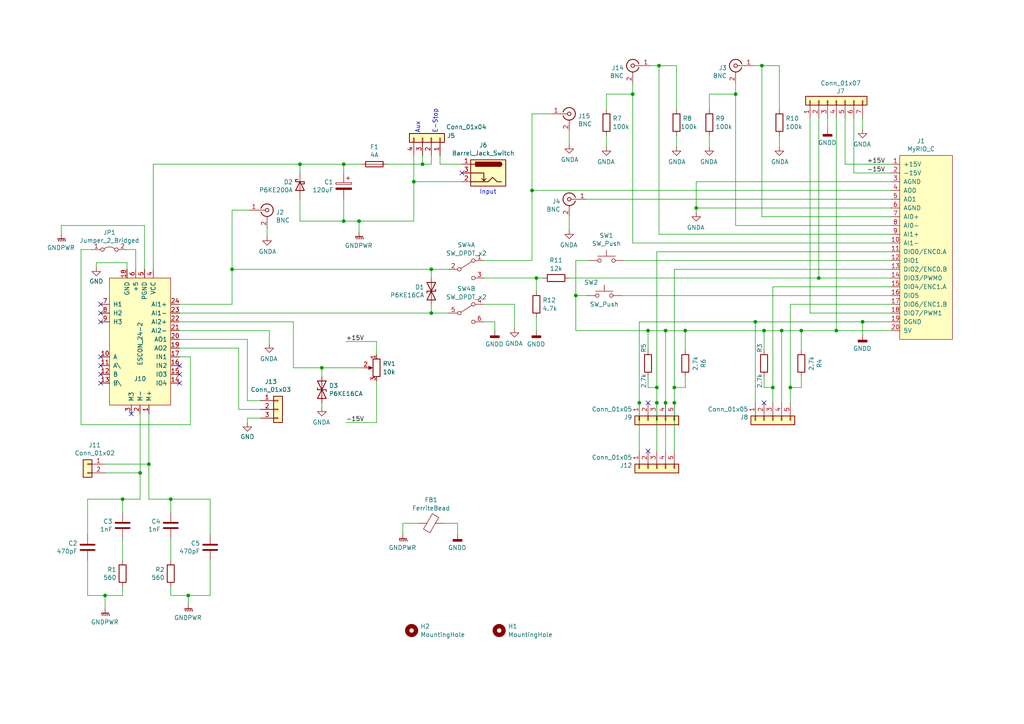
<source format=kicad_sch>
(kicad_sch (version 20230121) (generator eeschema)
  (paper "A4")
  (lib_symbols
    (symbol "Connector:Barrel_Jack_Switch" (pin_names hide)
      (property "Reference" "J" (at 0 5.334 0))
      (property "Value" "Barrel_Jack_Switch" (at 0 -5.08 0))
      (symbol "Barrel_Jack_Switch_0_1"
        (rectangle (start -5.08 3.81) (end 5.08 -3.81) (stroke (width 0.254)) (fill (type background)))
        (arc (start -3.302 3.175) (mid -3.9343 2.54) (end -3.302 1.905) (stroke (width 0.254)))
        (arc (start -3.302 3.175) (mid -3.9343 2.54) (end -3.302 1.905) (stroke (width 0.254)) (fill (type outline)))
        (polyline (pts (xy 1.27 -2.286) (xy 1.905 -1.651)) (stroke (width 0.254)))
        (polyline (pts (xy 5.08 2.54) (xy 3.81 2.54)) (stroke (width 0.254)))
        (polyline (pts (xy 5.08 0) (xy 1.27 0) (xy 1.27 -2.286) (xy 0.635 -1.651)) (stroke (width 0.254)))
        (polyline (pts (xy -3.81 -2.54) (xy -2.54 -2.54) (xy -1.27 -1.27) (xy 0 -2.54) (xy 2.54 -2.54) (xy 5.08 -2.54)) (stroke (width 0.254)))
        (rectangle (start 3.683 3.175) (end -3.302 1.905) (stroke (width 0.254)) (fill (type outline)))
      )
      (symbol "Barrel_Jack_Switch_1_1"
        (pin passive line (at 7.62 2.54 180) (length 2.54) (name "~") (number "1"))
        (pin passive line (at 7.62 -2.54 180) (length 2.54) (name "~") (number "2"))
        (pin passive line (at 7.62 0 180) (length 2.54) (name "~") (number "3"))
      )
    )
    (symbol "Connector:Conn_Coaxial" (pin_names (offset 1.016) hide)
      (property "Reference" "J" (at 0.254 3.048 0))
      (property "Value" "Conn_Coaxial" (at 2.921 0 90))
      (symbol "Conn_Coaxial_0_1"
        (arc (start -1.778 -0.508) (mid 0.2311 -1.8066) (end 1.778 0) (stroke (width 0.254)))
        (polyline (pts (xy -2.54 0) (xy -0.508 0)))
        (polyline (pts (xy 0 -2.54) (xy 0 -1.778)))
        (circle (center 0 0) (radius 0.508) (stroke (width 0.2032)))
        (arc (start 1.778 0) (mid 0.2099 1.8101) (end -1.778 0.508) (stroke (width 0.254)))
      )
      (symbol "Conn_Coaxial_1_1"
        (pin passive line (at -5.08 0 0) (length 2.54) (name "In") (number "1"))
        (pin passive line (at 0 -5.08 90) (length 2.54) (name "Ext") (number "2"))
      )
    )
    (symbol "Connector_Generic:Conn_01x02" (pin_names (offset 1.016) hide)
      (property "Reference" "J" (at 0 2.54 0))
      (property "Value" "Conn_01x02" (at 0 -5.08 0))
      (symbol "Conn_01x02_1_1"
        (rectangle (start -1.27 -2.413) (end 0 -2.667) (stroke (width 0.1524)))
        (rectangle (start -1.27 0.127) (end 0 -0.127) (stroke (width 0.1524)))
        (rectangle (start -1.27 1.27) (end 1.27 -3.81) (stroke (width 0.254)) (fill (type background)))
        (pin passive line (at -5.08 0 0) (length 3.81) (name "Pin_1") (number "1"))
        (pin passive line (at -5.08 -2.54 0) (length 3.81) (name "Pin_2") (number "2"))
      )
    )
    (symbol "Connector_Generic:Conn_01x03" (pin_names (offset 1.016) hide)
      (property "Reference" "J" (at 0 5.08 0))
      (property "Value" "Conn_01x03" (at 0 -5.08 0))
      (symbol "Conn_01x03_1_1"
        (rectangle (start -1.27 -2.413) (end 0 -2.667) (stroke (width 0.1524)))
        (rectangle (start -1.27 0.127) (end 0 -0.127) (stroke (width 0.1524)))
        (rectangle (start -1.27 2.667) (end 0 2.413) (stroke (width 0.1524)))
        (rectangle (start -1.27 3.81) (end 1.27 -3.81) (stroke (width 0.254)) (fill (type background)))
        (pin passive line (at -5.08 2.54 0) (length 3.81) (name "Pin_1") (number "1"))
        (pin passive line (at -5.08 0 0) (length 3.81) (name "Pin_2") (number "2"))
        (pin passive line (at -5.08 -2.54 0) (length 3.81) (name "Pin_3") (number "3"))
      )
    )
    (symbol "Connector_Generic:Conn_01x04" (pin_names (offset 1.016) hide)
      (property "Reference" "J" (at 0 5.08 0))
      (property "Value" "Conn_01x04" (at 0 -7.62 0))
      (symbol "Conn_01x04_1_1"
        (rectangle (start -1.27 -4.953) (end 0 -5.207) (stroke (width 0.1524)))
        (rectangle (start -1.27 -2.413) (end 0 -2.667) (stroke (width 0.1524)))
        (rectangle (start -1.27 0.127) (end 0 -0.127) (stroke (width 0.1524)))
        (rectangle (start -1.27 2.667) (end 0 2.413) (stroke (width 0.1524)))
        (rectangle (start -1.27 3.81) (end 1.27 -6.35) (stroke (width 0.254)) (fill (type background)))
        (pin passive line (at -5.08 2.54 0) (length 3.81) (name "Pin_1") (number "1"))
        (pin passive line (at -5.08 0 0) (length 3.81) (name "Pin_2") (number "2"))
        (pin passive line (at -5.08 -2.54 0) (length 3.81) (name "Pin_3") (number "3"))
        (pin passive line (at -5.08 -5.08 0) (length 3.81) (name "Pin_4") (number "4"))
      )
    )
    (symbol "Connector_Generic:Conn_01x05" (pin_names (offset 1.016) hide)
      (property "Reference" "J" (at 0 7.62 0))
      (property "Value" "Conn_01x05" (at 0 -7.62 0))
      (symbol "Conn_01x05_1_1"
        (rectangle (start -1.27 -4.953) (end 0 -5.207) (stroke (width 0.1524)))
        (rectangle (start -1.27 -2.413) (end 0 -2.667) (stroke (width 0.1524)))
        (rectangle (start -1.27 0.127) (end 0 -0.127) (stroke (width 0.1524)))
        (rectangle (start -1.27 2.667) (end 0 2.413) (stroke (width 0.1524)))
        (rectangle (start -1.27 5.207) (end 0 4.953) (stroke (width 0.1524)))
        (rectangle (start -1.27 6.35) (end 1.27 -6.35) (stroke (width 0.254)) (fill (type background)))
        (pin passive line (at -5.08 5.08 0) (length 3.81) (name "Pin_1") (number "1"))
        (pin passive line (at -5.08 2.54 0) (length 3.81) (name "Pin_2") (number "2"))
        (pin passive line (at -5.08 0 0) (length 3.81) (name "Pin_3") (number "3"))
        (pin passive line (at -5.08 -2.54 0) (length 3.81) (name "Pin_4") (number "4"))
        (pin passive line (at -5.08 -5.08 0) (length 3.81) (name "Pin_5") (number "5"))
      )
    )
    (symbol "Connector_Generic:Conn_01x07" (pin_names (offset 1.016) hide)
      (property "Reference" "J" (at 0 10.16 0))
      (property "Value" "Conn_01x07" (at 0 -10.16 0))
      (symbol "Conn_01x07_1_1"
        (rectangle (start -1.27 -7.493) (end 0 -7.747) (stroke (width 0.1524)))
        (rectangle (start -1.27 -4.953) (end 0 -5.207) (stroke (width 0.1524)))
        (rectangle (start -1.27 -2.413) (end 0 -2.667) (stroke (width 0.1524)))
        (rectangle (start -1.27 0.127) (end 0 -0.127) (stroke (width 0.1524)))
        (rectangle (start -1.27 2.667) (end 0 2.413) (stroke (width 0.1524)))
        (rectangle (start -1.27 5.207) (end 0 4.953) (stroke (width 0.1524)))
        (rectangle (start -1.27 7.747) (end 0 7.493) (stroke (width 0.1524)))
        (rectangle (start -1.27 8.89) (end 1.27 -8.89) (stroke (width 0.254)) (fill (type background)))
        (pin passive line (at -5.08 7.62 0) (length 3.81) (name "Pin_1") (number "1"))
        (pin passive line (at -5.08 5.08 0) (length 3.81) (name "Pin_2") (number "2"))
        (pin passive line (at -5.08 2.54 0) (length 3.81) (name "Pin_3") (number "3"))
        (pin passive line (at -5.08 0 0) (length 3.81) (name "Pin_4") (number "4"))
        (pin passive line (at -5.08 -2.54 0) (length 3.81) (name "Pin_5") (number "5"))
        (pin passive line (at -5.08 -5.08 0) (length 3.81) (name "Pin_6") (number "6"))
        (pin passive line (at -5.08 -7.62 0) (length 3.81) (name "Pin_7") (number "7"))
      )
    )
    (symbol "Device:C" (pin_numbers hide) (pin_names (offset 0.254))
      (property "Reference" "C" (at 0.635 2.54 0))
      (property "Value" "C" (at 0.635 -2.54 0))
      (symbol "C_0_1"
        (polyline (pts (xy -2.032 -0.762) (xy 2.032 -0.762)) (stroke (width 0.508)))
        (polyline (pts (xy -2.032 0.762) (xy 2.032 0.762)) (stroke (width 0.508)))
      )
      (symbol "C_1_1"
        (pin passive line (at 0 3.81 270) (length 2.794) (name "~") (number "1"))
        (pin passive line (at 0 -3.81 90) (length 2.794) (name "~") (number "2"))
      )
    )
    (symbol "Device:D_Schottky" (pin_numbers hide) (pin_names (offset 1.016) hide)
      (property "Reference" "D" (at 0 2.54 0))
      (property "Value" "D_Schottky" (at 0 -2.54 0))
      (symbol "D_Schottky_0_1"
        (polyline (pts (xy 1.27 0) (xy -1.27 0)))
        (polyline (pts (xy 1.27 1.27) (xy 1.27 -1.27) (xy -1.27 0) (xy 1.27 1.27)) (stroke (width 0.254)))
        (polyline (pts (xy -1.905 0.635) (xy -1.905 1.27) (xy -1.27 1.27) (xy -1.27 -1.27) (xy -0.635 -1.27) (xy -0.635 -0.635)) (stroke (width 0.254)))
      )
      (symbol "D_Schottky_1_1"
        (pin passive line (at -3.81 0 0) (length 2.54) (name "K") (number "1"))
        (pin passive line (at 3.81 0 180) (length 2.54) (name "A") (number "2"))
      )
    )
    (symbol "Device:D_TVS" (pin_numbers hide) (pin_names (offset 1.016) hide)
      (property "Reference" "D" (at 0 2.54 0))
      (property "Value" "D_TVS" (at 0 -2.54 0))
      (symbol "D_TVS_0_1"
        (polyline (pts (xy 1.27 0) (xy -1.27 0)))
        (polyline (pts (xy 0.508 1.27) (xy 0 1.27) (xy 0 -1.27) (xy -0.508 -1.27)) (stroke (width 0.254)))
        (polyline (pts (xy -2.54 1.27) (xy -2.54 -1.27) (xy 2.54 1.27) (xy 2.54 -1.27) (xy -2.54 1.27)) (stroke (width 0.254)))
      )
      (symbol "D_TVS_1_1"
        (pin passive line (at -3.81 0 0) (length 2.54) (name "A1") (number "1"))
        (pin passive line (at 3.81 0 180) (length 2.54) (name "A2") (number "2"))
      )
    )
    (symbol "Device:FerriteBead" (pin_numbers hide) (pin_names (offset 0))
      (property "Reference" "FB" (at -3.81 0.635 90))
      (property "Value" "FerriteBead" (at 3.81 0 90))
      (symbol "FerriteBead_0_1"
        (polyline (pts (xy 0 -1.27) (xy 0 -1.2192)))
        (polyline (pts (xy 0 1.27) (xy 0 1.2954)))
        (polyline (pts (xy -2.7686 0.4064) (xy -1.7018 2.2606) (xy 2.7686 -0.3048) (xy 1.6764 -2.159) (xy -2.7686 0.4064)))
      )
      (symbol "FerriteBead_1_1"
        (pin passive line (at 0 3.81 270) (length 2.54) (name "~") (number "1"))
        (pin passive line (at 0 -3.81 90) (length 2.54) (name "~") (number "2"))
      )
    )
    (symbol "Device:Fuse" (pin_numbers hide) (pin_names (offset 0))
      (property "Reference" "F" (at 2.032 0 90))
      (property "Value" "Fuse" (at -1.905 0 90))
      (symbol "Fuse_0_1"
        (rectangle (start -0.762 -2.54) (end 0.762 2.54) (stroke (width 0.254)))
        (polyline (pts (xy 0 2.54) (xy 0 -2.54)))
      )
      (symbol "Fuse_1_1"
        (pin passive line (at 0 3.81 270) (length 1.27) (name "~") (number "1"))
        (pin passive line (at 0 -3.81 90) (length 1.27) (name "~") (number "2"))
      )
    )
    (symbol "Device:R" (pin_numbers hide) (pin_names (offset 0))
      (property "Reference" "R" (at 2.032 0 90))
      (property "Value" "R" (at 0 0 90))
      (symbol "R_0_1"
        (rectangle (start -1.016 -2.54) (end 1.016 2.54) (stroke (width 0.254)))
      )
      (symbol "R_1_1"
        (pin passive line (at 0 3.81 270) (length 1.27) (name "~") (number "1"))
        (pin passive line (at 0 -3.81 90) (length 1.27) (name "~") (number "2"))
      )
    )
    (symbol "Device:R_Potentiometer" (pin_names (offset 1.016) hide)
      (property "Reference" "RV" (at -4.445 0 90))
      (property "Value" "R_Potentiometer" (at -2.54 0 90))
      (symbol "R_Potentiometer_0_1"
        (polyline (pts (xy 2.54 0) (xy 1.524 0)))
        (polyline (pts (xy 1.143 0) (xy 2.286 0.508) (xy 2.286 -0.508) (xy 1.143 0)) (fill (type outline)))
        (rectangle (start 1.016 2.54) (end -1.016 -2.54) (stroke (width 0.254)))
      )
      (symbol "R_Potentiometer_1_1"
        (pin passive line (at 0 3.81 270) (length 1.27) (name "1") (number "1"))
        (pin passive line (at 3.81 0 180) (length 1.27) (name "2") (number "2"))
        (pin passive line (at 0 -3.81 90) (length 1.27) (name "3") (number "3"))
      )
    )
    (symbol "Jumper:Jumper_2_Bridged" (pin_names (offset 0) hide)
      (property "Reference" "JP" (at 0 1.905 0))
      (property "Value" "Jumper_2_Bridged" (at 0 -2.54 0))
      (symbol "Jumper_2_Bridged_0_0"
        (circle (center -2.032 0) (radius 0.508))
        (circle (center 2.032 0) (radius 0.508))
      )
      (symbol "Jumper_2_Bridged_0_1"
        (arc (start 1.524 0.254) (mid 0 0.762) (end -1.524 0.254))
      )
      (symbol "Jumper_2_Bridged_1_1"
        (pin passive line (at -5.08 0 0) (length 2.54) (name "A") (number "1"))
        (pin passive line (at 5.08 0 180) (length 2.54) (name "B") (number "2"))
      )
    )
    (symbol "Mechanical:MountingHole" (pin_names (offset 1.016))
      (property "Reference" "H" (at 0 5.08 0))
      (property "Value" "MountingHole" (at 0 3.175 0))
      (symbol "MountingHole_0_1"
        (circle (center 0 0) (radius 1.27) (stroke (width 1.27)))
      )
    )
    (symbol "Switch:SW_DPDT_x2" (pin_names (offset 0) hide)
      (property "Reference" "SW" (at 0 4.318 0))
      (property "Value" "SW_DPDT_x2" (at 0 -5.08 0))
      (symbol "SW_DPDT_x2_0_0"
        (circle (center -2.032 0) (radius 0.508))
        (circle (center 2.032 -2.54) (radius 0.508))
      )
      (symbol "SW_DPDT_x2_0_1"
        (polyline (pts (xy -1.524 0.254) (xy 1.651 2.286)))
        (circle (center 2.032 2.54) (radius 0.508))
      )
      (symbol "SW_DPDT_x2_1_1"
        (pin passive line (at 5.08 2.54 180) (length 2.54) (name "A") (number "1"))
        (pin passive line (at -5.08 0 0) (length 2.54) (name "B") (number "2"))
        (pin passive line (at 5.08 -2.54 180) (length 2.54) (name "C") (number "3"))
      )
      (symbol "SW_DPDT_x2_2_1"
        (pin passive line (at 5.08 2.54 180) (length 2.54) (name "A") (number "4"))
        (pin passive line (at -5.08 0 0) (length 2.54) (name "B") (number "5"))
        (pin passive line (at 5.08 -2.54 180) (length 2.54) (name "C") (number "6"))
      )
    )
    (symbol "Switch:SW_Push" (pin_numbers hide) (pin_names (offset 1.016) hide)
      (property "Reference" "SW" (at 1.27 2.54 0))
      (property "Value" "SW_Push" (at 0 -1.524 0))
      (symbol "SW_Push_0_1"
        (circle (center -2.032 0) (radius 0.508))
        (polyline (pts (xy 0 1.27) (xy 0 3.048)))
        (polyline (pts (xy 2.54 1.27) (xy -2.54 1.27)))
        (circle (center 2.032 0) (radius 0.508))
        (pin passive line (at -5.08 0 0) (length 2.54) (name "1") (number "1"))
        (pin passive line (at 5.08 0 180) (length 2.54) (name "2") (number "2"))
      )
    )
    (symbol "motor_board-rescue:CP-Device" (pin_numbers hide) (pin_names (offset 0.254))
      (property "Reference" "C" (at 0.635 2.54 0))
      (property "Value" "Device_CP" (at 0.635 -2.54 0))
      (symbol "CP-Device_0_1"
        (rectangle (start -2.286 0.508) (end 2.286 1.016))
        (polyline (pts (xy -1.778 2.286) (xy -0.762 2.286)))
        (polyline (pts (xy -1.27 2.794) (xy -1.27 1.778)))
        (rectangle (start 2.286 -0.508) (end -2.286 -1.016) (fill (type outline)))
      )
      (symbol "CP-Device_1_1"
        (pin passive line (at 0 3.81 270) (length 2.794) (name "~") (number "1"))
        (pin passive line (at 0 -3.81 90) (length 2.794) (name "~") (number "2"))
      )
    )
    (symbol "motor_board:ESCON_24-2" (pin_names (offset 1.016))
      (property "Reference" "J" (at 0 -10.16 0))
      (property "Value" "ESCON_24-2" (at 0 0 90))
      (symbol "ESCON_24-2_0_1"
        (rectangle (start -8.89 19.05) (end 8.89 -17.78) (fill (type background)))
      )
      (symbol "ESCON_24-2_1_1"
        (pin input line (at -2.54 -20.32 90) (length 2.54) (name "M+") (number "1"))
        (pin input line (at 11.43 -3.81 180) (length 2.54) (name "A") (number "10"))
        (pin input line (at 11.43 -6.35 180) (length 2.54) (name "A\\") (number "11"))
        (pin input line (at 11.43 -8.89 180) (length 2.54) (name "B") (number "12"))
        (pin input line (at 11.43 -11.43 180) (length 2.54) (name "B\\") (number "13"))
        (pin input line (at -11.43 -11.43 0) (length 2.54) (name "IO4") (number "14"))
        (pin input line (at -11.43 -8.89 0) (length 2.54) (name "IO3") (number "15"))
        (pin input line (at -11.43 -6.35 0) (length 2.54) (name "IN2") (number "16"))
        (pin input line (at -11.43 -3.81 0) (length 2.54) (name "IN1") (number "17"))
        (pin input line (at 3.81 21.59 270) (length 2.54) (name "GND") (number "18"))
        (pin input line (at -11.43 -1.27 0) (length 2.54) (name "AO2") (number "19"))
        (pin input line (at 0 -20.32 90) (length 2.54) (name "M-") (number "2"))
        (pin input line (at -11.43 1.27 0) (length 2.54) (name "AO1") (number "20"))
        (pin input line (at -11.43 3.81 0) (length 2.54) (name "AI2-") (number "21"))
        (pin input line (at -11.43 6.35 0) (length 2.54) (name "AI2+") (number "22"))
        (pin input line (at -11.43 8.89 0) (length 2.54) (name "AI1-") (number "23"))
        (pin input line (at -11.43 11.43 0) (length 2.54) (name "AI1+") (number "24"))
        (pin input line (at 2.54 -20.32 90) (length 2.54) (name "M3") (number "3"))
        (pin input line (at -3.81 21.59 270) (length 2.54) (name "VCC") (number "4"))
        (pin input line (at -1.27 21.59 270) (length 2.54) (name "PGND") (number "5"))
        (pin input line (at 1.27 21.59 270) (length 2.54) (name "+5") (number "6"))
        (pin input line (at 11.43 11.43 180) (length 2.54) (name "H1") (number "7"))
        (pin input line (at 11.43 8.89 180) (length 2.54) (name "H2") (number "8"))
        (pin input line (at 11.43 6.35 180) (length 2.54) (name "H3") (number "9"))
      )
    )
    (symbol "motor_board:MyRIO_C" (pin_names (offset 1.016))
      (property "Reference" "J" (at -2.54 -27.94 0))
      (property "Value" "MyRIO_C" (at -2.54 27.94 0))
      (symbol "MyRIO_C_0_1"
        (rectangle (start 5.08 -26.67) (end -10.16 26.67) (fill (type background)))
      )
      (symbol "MyRIO_C_1_1"
        (pin input line (at 7.62 24.13 180) (length 2.54) (name "+15V") (number "1"))
        (pin input line (at 7.62 1.27 180) (length 2.54) (name "AI1-") (number "10"))
        (pin input line (at 7.62 -1.27 180) (length 2.54) (name "DIO0/ENC0.A") (number "11"))
        (pin input line (at 7.62 -3.81 180) (length 2.54) (name "DIO1") (number "12"))
        (pin input line (at 7.62 -6.35 180) (length 2.54) (name "DIO2/ENC0.B") (number "13"))
        (pin input line (at 7.62 -8.89 180) (length 2.54) (name "DIO3/PWM0") (number "14"))
        (pin input line (at 7.62 -11.43 180) (length 2.54) (name "DIO4/ENC1.A") (number "15"))
        (pin input line (at 7.62 -13.97 180) (length 2.54) (name "DIO5") (number "16"))
        (pin input line (at 7.62 -16.51 180) (length 2.54) (name "DIO6/ENC1.B") (number "17"))
        (pin input line (at 7.62 -19.05 180) (length 2.54) (name "DIO7/PWM1") (number "18"))
        (pin input line (at 7.62 -21.59 180) (length 2.54) (name "DGND") (number "19"))
        (pin input line (at 7.62 21.59 180) (length 2.54) (name "-15V") (number "2"))
        (pin input line (at 7.62 -24.13 180) (length 2.54) (name "5V") (number "20"))
        (pin input line (at 7.62 19.05 180) (length 2.54) (name "AGND") (number "3"))
        (pin input line (at 7.62 16.51 180) (length 2.54) (name "AO0") (number "4"))
        (pin input line (at 7.62 13.97 180) (length 2.54) (name "AO1") (number "5"))
        (pin input line (at 7.62 11.43 180) (length 2.54) (name "AGND") (number "6"))
        (pin input line (at 7.62 8.89 180) (length 2.54) (name "AI0+") (number "7"))
        (pin input line (at 7.62 6.35 180) (length 2.54) (name "AI0-") (number "8"))
        (pin input line (at 7.62 3.81 180) (length 2.54) (name "AI1+") (number "9"))
      )
    )
    (symbol "power:GND" (power) (pin_names (offset 0))
      (property "Value" "GND" (at 0 -3.81 0))
      (symbol "GND_0_1"
        (polyline (pts (xy 0 0) (xy 0 -1.27) (xy 1.27 -1.27) (xy 0 -2.54) (xy -1.27 -1.27) (xy 0 -1.27)))
      )
      (symbol "GND_1_1"
        (pin power_in line (at 0 0 270) (length 0) hide (name "GND") (number "1"))
      )
    )
    (symbol "power:GNDA" (power) (pin_names (offset 0))
      (property "Value" "GNDA" (at 0 -3.81 0))
      (symbol "GNDA_0_1"
        (polyline (pts (xy 0 0) (xy 0 -1.27) (xy 1.27 -1.27) (xy 0 -2.54) (xy -1.27 -1.27) (xy 0 -1.27)))
      )
      (symbol "GNDA_1_1"
        (pin power_in line (at 0 0 270) (length 0) hide (name "GNDA") (number "1"))
      )
    )
    (symbol "power:GNDD" (power) (pin_names (offset 0))
      (property "Value" "GNDD" (at 0 -3.175 0))
      (symbol "GNDD_0_1"
        (rectangle (start -1.27 -1.524) (end 1.27 -2.032) (stroke (width 0.254)) (fill (type outline)))
        (polyline (pts (xy 0 0) (xy 0 -1.524)))
      )
      (symbol "GNDD_1_1"
        (pin power_in line (at 0 0 270) (length 0) hide (name "GNDD") (number "1"))
      )
    )
    (symbol "power:GNDPWR" (power) (pin_names (offset 0))
      (property "Value" "GNDPWR" (at 0 -3.302 0))
      (symbol "GNDPWR_0_1"
        (polyline (pts (xy 0 -1.27) (xy 0 0)))
        (polyline (pts (xy -1.016 -1.27) (xy -1.27 -2.032) (xy -1.27 -2.032)) (stroke (width 0.2032)))
        (polyline (pts (xy -0.508 -1.27) (xy -0.762 -2.032) (xy -0.762 -2.032)) (stroke (width 0.2032)))
        (polyline (pts (xy 0 -1.27) (xy -0.254 -2.032) (xy -0.254 -2.032)) (stroke (width 0.2032)))
        (polyline (pts (xy 0.508 -1.27) (xy 0.254 -2.032) (xy 0.254 -2.032)) (stroke (width 0.2032)))
        (polyline (pts (xy 1.016 -1.27) (xy -1.016 -1.27) (xy -1.016 -1.27)) (stroke (width 0.2032)))
        (polyline (pts (xy 1.016 -1.27) (xy 0.762 -2.032) (xy 0.762 -2.032) (xy 0.762 -2.032)) (stroke (width 0.2032)))
      )
      (symbol "GNDPWR_1_1"
        (pin power_in line (at 0 0 270) (length 0) hide (name "GNDPWR") (number "1"))
      )
    )
  )
  (junction (at 167.005 85.725))
  (junction (at 213.36 27.305))
  (junction (at 219.075 93.345))
  (junction (at 30.48 172.72))
  (junction (at 125.095 90.805))
  (junction (at 226.695 95.885))
  (junction (at 49.53 144.78))
  (junction (at 43.18 134.62))
  (junction (at 191.135 19.05))
  (junction (at 99.695 47.625))
  (junction (at 187.96 95.885))
  (junction (at 155.575 80.645))
  (junction (at 40.64 137.16))
  (junction (at 221.615 95.885))
  (junction (at 250.19 93.345))
  (junction (at 54.61 172.72))
  (junction (at 193.04 116.84))
  (junction (at 185.42 116.84))
  (junction (at 67.31 78.105))
  (junction (at 99.695 64.135))
  (junction (at 198.755 95.885))
  (junction (at 86.995 47.625))
  (junction (at 201.93 60.325))
  (junction (at 195.58 112.395))
  (junction (at 229.235 112.395))
  (junction (at 232.41 95.885))
  (junction (at 35.56 144.78))
  (junction (at 154.305 55.245))
  (junction (at 190.5 116.84))
  (junction (at 190.5 112.395))
  (junction (at 237.49 80.645))
  (junction (at 193.04 95.885))
  (junction (at 104.14 64.135))
  (junction (at 183.515 27.305))
  (junction (at 122.555 47.625))
  (junction (at 125.095 78.105))
  (junction (at 224.155 112.395))
  (junction (at 93.345 106.68))
  (junction (at 195.58 116.84))
  (junction (at 242.57 95.885))
  (junction (at 120.015 52.705))
  (junction (at 220.98 19.05))
  (no_connect (at 29.21 108.585))
  (no_connect (at 52.07 106.045))
  (no_connect (at 221.615 116.84))
  (no_connect (at 29.21 106.045))
  (no_connect (at 133.985 50.165))
  (no_connect (at 187.96 130.81))
  (no_connect (at 38.1 120.015))
  (no_connect (at 187.96 116.84))
  (no_connect (at 29.21 93.345))
  (no_connect (at 29.21 111.125))
  (no_connect (at 29.21 90.805))
  (no_connect (at 52.07 111.125))
  (no_connect (at 29.21 103.505))
  (no_connect (at 29.21 88.265))
  (no_connect (at 52.07 108.585))
  (wire (pts (xy 185.42 93.345) (xy 185.42 116.84)))
  (wire (pts (xy 155.575 92.075) (xy 155.575 95.885)))
  (wire (pts (xy 165.1 38.1) (xy 165.1 41.91)))
  (wire (pts (xy 170.18 85.725) (xy 167.005 85.725)))
  (wire (pts (xy 258.445 83.185) (xy 224.155 83.185)))
  (wire (pts (xy 190.5 116.84) (xy 190.5 130.81)))
  (wire (pts (xy 104.775 47.625) (xy 99.695 47.625)))
  (wire (pts (xy 52.07 90.805) (xy 125.095 90.805)))
  (wire (pts (xy 258.445 78.105) (xy 195.58 78.105)))
  (wire (pts (xy 35.56 172.72) (xy 30.48 172.72)))
  (wire (pts (xy 27.94 76.2) (xy 36.83 76.2)))
  (wire (pts (xy 122.555 47.625) (xy 112.395 47.625)))
  (wire (pts (xy 219.075 93.345) (xy 219.075 116.84)))
  (wire (pts (xy 205.74 27.305) (xy 213.36 27.305)))
  (wire (pts (xy 187.96 109.22) (xy 187.96 112.395)))
  (wire (pts (xy 205.74 39.37) (xy 205.74 42.545)))
  (wire (pts (xy 133.985 47.625) (xy 127.635 47.625)))
  (wire (pts (xy 99.695 57.785) (xy 99.695 64.135)))
  (wire (pts (xy 201.93 60.325) (xy 201.93 61.595)))
  (wire (pts (xy 55.245 103.505) (xy 52.07 103.505)))
  (wire (pts (xy 258.445 60.325) (xy 201.93 60.325)))
  (wire (pts (xy 93.345 106.68) (xy 105.41 106.68)))
  (wire (pts (xy 40.64 144.78) (xy 35.56 144.78)))
  (wire (pts (xy 43.18 144.78) (xy 49.53 144.78)))
  (wire (pts (xy 52.07 93.345) (xy 85.09 93.345)))
  (wire (pts (xy 190.5 73.025) (xy 190.5 112.395)))
  (wire (pts (xy 120.015 45.085) (xy 120.015 52.705)))
  (wire (pts (xy 93.345 118.11) (xy 93.345 116.84)))
  (wire (pts (xy 49.53 144.78) (xy 60.96 144.78)))
  (wire (pts (xy 121.285 151.765) (xy 116.84 151.765)))
  (wire (pts (xy 188.595 19.05) (xy 191.135 19.05)))
  (wire (pts (xy 187.96 95.885) (xy 193.04 95.885)))
  (wire (pts (xy 17.78 65.405) (xy 17.78 67.945)))
  (wire (pts (xy 132.715 151.765) (xy 132.715 154.94)))
  (wire (pts (xy 258.445 80.645) (xy 237.49 80.645)))
  (wire (pts (xy 193.04 95.885) (xy 193.04 116.84)))
  (wire (pts (xy 240.03 34.29) (xy 240.03 37.465)))
  (wire (pts (xy 155.575 80.645) (xy 155.575 84.455)))
  (wire (pts (xy 104.14 64.135) (xy 120.015 64.135)))
  (wire (pts (xy 258.445 73.025) (xy 190.5 73.025)))
  (wire (pts (xy 78.105 95.885) (xy 52.07 95.885)))
  (wire (pts (xy 125.095 47.625) (xy 122.555 47.625)))
  (wire (pts (xy 36.83 76.2) (xy 36.83 78.105)))
  (wire (pts (xy 35.56 156.21) (xy 35.56 162.56)))
  (wire (pts (xy 25.4 172.72) (xy 30.48 172.72)))
  (wire (pts (xy 218.44 19.05) (xy 220.98 19.05)))
  (wire (pts (xy 104.14 64.135) (xy 104.14 67.31)))
  (wire (pts (xy 185.42 93.345) (xy 219.075 93.345)))
  (wire (pts (xy 245.11 34.29) (xy 245.11 47.625)))
  (wire (pts (xy 72.39 60.96) (xy 67.31 60.96)))
  (wire (pts (xy 17.78 65.405) (xy 41.91 65.405)))
  (wire (pts (xy 250.19 34.29) (xy 250.19 37.465)))
  (wire (pts (xy 183.515 24.13) (xy 183.515 27.305)))
  (wire (pts (xy 258.445 52.705) (xy 201.93 52.705)))
  (wire (pts (xy 26.67 72.39) (xy 23.495 72.39)))
  (wire (pts (xy 109.22 102.87) (xy 109.22 99.06)))
  (wire (pts (xy 149.225 88.265) (xy 149.225 95.25)))
  (wire (pts (xy 258.445 75.565) (xy 180.975 75.565)))
  (wire (pts (xy 229.235 88.265) (xy 229.235 112.395)))
  (wire (pts (xy 30.48 172.72) (xy 30.48 176.53)))
  (wire (pts (xy 125.095 90.805) (xy 130.175 90.805)))
  (wire (pts (xy 157.48 80.645) (xy 155.575 80.645)))
  (wire (pts (xy 258.445 67.945) (xy 191.135 67.945)))
  (wire (pts (xy 41.91 78.105) (xy 41.91 65.405)))
  (wire (pts (xy 85.09 106.68) (xy 93.345 106.68)))
  (wire (pts (xy 198.755 95.885) (xy 198.755 101.6)))
  (wire (pts (xy 224.155 83.185) (xy 224.155 112.395)))
  (wire (pts (xy 67.31 60.96) (xy 67.31 78.105)))
  (wire (pts (xy 52.07 106.68) (xy 52.07 106.045)))
  (wire (pts (xy 67.31 78.105) (xy 67.31 88.265)))
  (wire (pts (xy 220.98 62.865) (xy 220.98 19.05)))
  (wire (pts (xy 196.215 39.37) (xy 196.215 42.545)))
  (wire (pts (xy 213.36 27.305) (xy 213.36 65.405)))
  (wire (pts (xy 187.96 112.395) (xy 190.5 112.395)))
  (wire (pts (xy 40.64 120.015) (xy 40.64 137.16)))
  (wire (pts (xy 122.555 45.085) (xy 122.555 47.625)))
  (wire (pts (xy 49.53 170.18) (xy 49.53 172.72)))
  (wire (pts (xy 99.695 50.165) (xy 99.695 47.625)))
  (wire (pts (xy 221.615 112.395) (xy 224.155 112.395)))
  (wire (pts (xy 60.96 144.78) (xy 60.96 154.94)))
  (wire (pts (xy 35.56 144.78) (xy 25.4 144.78)))
  (wire (pts (xy 49.53 144.78) (xy 49.53 148.59)))
  (wire (pts (xy 258.445 88.265) (xy 229.235 88.265)))
  (wire (pts (xy 23.495 72.39) (xy 23.495 123.19)))
  (wire (pts (xy 69.215 100.965) (xy 69.215 118.745)))
  (wire (pts (xy 75.565 121.285) (xy 71.755 121.285)))
  (wire (pts (xy 125.095 78.105) (xy 67.31 78.105)))
  (wire (pts (xy 109.22 110.49) (xy 109.22 122.555)))
  (wire (pts (xy 226.06 19.05) (xy 220.98 19.05)))
  (wire (pts (xy 67.31 88.265) (xy 52.07 88.265)))
  (wire (pts (xy 190.5 112.395) (xy 190.5 116.84)))
  (wire (pts (xy 167.005 95.885) (xy 187.96 95.885)))
  (wire (pts (xy 143.51 93.345) (xy 143.51 95.885)))
  (wire (pts (xy 224.155 112.395) (xy 224.155 116.84)))
  (wire (pts (xy 245.11 47.625) (xy 258.445 47.625)))
  (wire (pts (xy 221.615 95.885) (xy 226.695 95.885)))
  (wire (pts (xy 229.235 112.395) (xy 229.235 116.84)))
  (wire (pts (xy 35.56 144.78) (xy 35.56 148.59)))
  (wire (pts (xy 40.64 137.16) (xy 40.64 144.78)))
  (wire (pts (xy 120.015 52.705) (xy 133.985 52.705)))
  (wire (pts (xy 196.215 31.75) (xy 196.215 19.05)))
  (wire (pts (xy 195.58 112.395) (xy 195.58 116.84)))
  (wire (pts (xy 77.47 66.04) (xy 77.47 68.58)))
  (wire (pts (xy 232.41 95.885) (xy 242.57 95.885)))
  (wire (pts (xy 75.565 118.745) (xy 69.215 118.745)))
  (wire (pts (xy 71.755 98.425) (xy 52.07 98.425)))
  (wire (pts (xy 232.41 109.22) (xy 232.41 112.395)))
  (wire (pts (xy 130.175 78.105) (xy 125.095 78.105)))
  (wire (pts (xy 247.65 50.165) (xy 258.445 50.165)))
  (wire (pts (xy 140.335 93.345) (xy 143.51 93.345)))
  (wire (pts (xy 198.755 95.885) (xy 193.04 95.885)))
  (wire (pts (xy 167.005 75.565) (xy 170.815 75.565)))
  (wire (pts (xy 175.895 31.75) (xy 175.895 27.305)))
  (wire (pts (xy 250.19 93.345) (xy 250.19 97.155)))
  (wire (pts (xy 154.305 55.245) (xy 258.445 55.245)))
  (wire (pts (xy 25.4 144.78) (xy 25.4 154.94)))
  (wire (pts (xy 85.09 93.345) (xy 85.09 106.68)))
  (wire (pts (xy 195.58 116.84) (xy 195.58 130.81)))
  (wire (pts (xy 140.335 88.265) (xy 149.225 88.265)))
  (wire (pts (xy 71.755 116.205) (xy 71.755 98.425)))
  (wire (pts (xy 43.18 134.62) (xy 30.48 134.62)))
  (wire (pts (xy 258.445 85.725) (xy 180.34 85.725)))
  (wire (pts (xy 242.57 34.29) (xy 242.57 95.885)))
  (wire (pts (xy 198.755 109.22) (xy 198.755 112.395)))
  (wire (pts (xy 154.305 75.565) (xy 154.305 55.245)))
  (wire (pts (xy 226.695 95.885) (xy 226.695 116.84)))
  (wire (pts (xy 226.06 31.75) (xy 226.06 19.05)))
  (wire (pts (xy 167.005 85.725) (xy 167.005 95.885)))
  (wire (pts (xy 167.005 75.565) (xy 167.005 85.725)))
  (wire (pts (xy 187.96 101.6) (xy 187.96 95.885)))
  (wire (pts (xy 237.49 80.645) (xy 165.1 80.645)))
  (wire (pts (xy 99.695 47.625) (xy 86.995 47.625)))
  (wire (pts (xy 25.4 162.56) (xy 25.4 172.72)))
  (wire (pts (xy 185.42 116.84) (xy 185.42 130.81)))
  (wire (pts (xy 35.56 170.18) (xy 35.56 172.72)))
  (wire (pts (xy 128.905 151.765) (xy 132.715 151.765)))
  (wire (pts (xy 221.615 95.885) (xy 198.755 95.885)))
  (wire (pts (xy 127.635 45.085) (xy 127.635 47.625)))
  (wire (pts (xy 39.37 72.39) (xy 39.37 78.105)))
  (wire (pts (xy 193.04 116.84) (xy 193.04 130.81)))
  (wire (pts (xy 99.695 64.135) (xy 104.14 64.135)))
  (wire (pts (xy 219.075 93.345) (xy 250.19 93.345)))
  (wire (pts (xy 237.49 34.29) (xy 237.49 80.645)))
  (wire (pts (xy 234.95 90.805) (xy 258.445 90.805)))
  (wire (pts (xy 71.755 116.205) (xy 75.565 116.205)))
  (wire (pts (xy 198.755 112.395) (xy 195.58 112.395)))
  (wire (pts (xy 109.22 122.555) (xy 100.33 122.555)))
  (wire (pts (xy 100.33 99.06) (xy 109.22 99.06)))
  (wire (pts (xy 125.095 88.265) (xy 125.095 90.805)))
  (wire (pts (xy 60.96 172.72) (xy 54.61 172.72)))
  (wire (pts (xy 247.65 34.29) (xy 247.65 50.165)))
  (wire (pts (xy 52.07 100.965) (xy 69.215 100.965)))
  (wire (pts (xy 27.94 77.47) (xy 27.94 76.2)))
  (wire (pts (xy 258.445 65.405) (xy 213.36 65.405)))
  (wire (pts (xy 23.495 123.19) (xy 55.245 123.19)))
  (wire (pts (xy 232.41 112.395) (xy 229.235 112.395)))
  (wire (pts (xy 154.305 75.565) (xy 140.335 75.565)))
  (wire (pts (xy 44.45 47.625) (xy 44.45 78.105)))
  (wire (pts (xy 39.37 72.39) (xy 36.83 72.39)))
  (wire (pts (xy 60.96 162.56) (xy 60.96 172.72)))
  (wire (pts (xy 155.575 80.645) (xy 140.335 80.645)))
  (wire (pts (xy 258.445 93.345) (xy 250.19 93.345)))
  (wire (pts (xy 191.135 19.05) (xy 191.135 67.945)))
  (wire (pts (xy 175.895 27.305) (xy 183.515 27.305)))
  (wire (pts (xy 221.615 95.885) (xy 221.615 101.6)))
  (wire (pts (xy 232.41 95.885) (xy 232.41 101.6)))
  (wire (pts (xy 183.515 27.305) (xy 183.515 70.485)))
  (wire (pts (xy 125.095 78.105) (xy 125.095 80.645)))
  (wire (pts (xy 49.53 156.21) (xy 49.53 162.56)))
  (wire (pts (xy 201.93 52.705) (xy 201.93 60.325)))
  (wire (pts (xy 86.995 64.135) (xy 99.695 64.135)))
  (wire (pts (xy 242.57 95.885) (xy 258.445 95.885)))
  (wire (pts (xy 49.53 172.72) (xy 54.61 172.72)))
  (wire (pts (xy 55.245 123.19) (xy 55.245 103.505)))
  (wire (pts (xy 175.895 39.37) (xy 175.895 42.545)))
  (wire (pts (xy 160.02 33.02) (xy 154.305 33.02)))
  (wire (pts (xy 43.18 134.62) (xy 43.18 144.78)))
  (wire (pts (xy 234.95 34.29) (xy 234.95 90.805)))
  (wire (pts (xy 120.015 64.135) (xy 120.015 52.705)))
  (wire (pts (xy 93.345 106.68) (xy 93.345 109.22)))
  (wire (pts (xy 40.64 137.16) (xy 30.48 137.16)))
  (wire (pts (xy 54.61 172.72) (xy 54.61 175.26)))
  (wire (pts (xy 258.445 70.485) (xy 183.515 70.485)))
  (wire (pts (xy 71.755 121.285) (xy 71.755 122.555)))
  (wire (pts (xy 154.305 33.02) (xy 154.305 55.245)))
  (wire (pts (xy 125.095 45.085) (xy 125.095 47.625)))
  (wire (pts (xy 86.995 47.625) (xy 44.45 47.625)))
  (wire (pts (xy 78.105 99.695) (xy 78.105 95.885)))
  (wire (pts (xy 195.58 78.105) (xy 195.58 112.395)))
  (wire (pts (xy 258.445 62.865) (xy 220.98 62.865)))
  (wire (pts (xy 43.18 120.015) (xy 43.18 134.62)))
  (wire (pts (xy 196.215 19.05) (xy 191.135 19.05)))
  (wire (pts (xy 86.995 50.165) (xy 86.995 47.625)))
  (wire (pts (xy 232.41 95.885) (xy 226.695 95.885)))
  (wire (pts (xy 258.445 57.785) (xy 170.18 57.785)))
  (wire (pts (xy 116.84 151.765) (xy 116.84 154.94)))
  (wire (pts (xy 205.74 31.75) (xy 205.74 27.305)))
  (wire (pts (xy 86.995 57.785) (xy 86.995 64.135)))
  (wire (pts (xy 221.615 109.22) (xy 221.615 112.395)))
  (wire (pts (xy 165.1 62.865) (xy 165.1 66.675)))
  (wire (pts (xy 226.06 39.37) (xy 226.06 42.545)))
  (wire (pts (xy 213.36 24.13) (xy 213.36 27.305)))
  (text "Aux" (at 121.92 38.735 90) (effects (font (size 1.27 1.27)) (justify left bottom)))
  (text "Input" (at 139.065 56.515 0) (effects (font (size 1.27 1.27)) (justify left bottom)))
  (text "E-Stop" (at 127 38.735 90) (effects (font (size 1.27 1.27)) (justify left bottom)))
  (label "-15V" (at 100.33 122.555 0))
  (label "+15V" (at 100.33 99.06 0))
  (label "-15V" (at 251.46 50.165 0))
  (label "+15V" (at 251.46 47.625 0))
  (symbol (lib_id "motor_board:ESCON_24-2") (at 40.64 99.695 0) (mirror y) (unit 1)
    (property "Reference" "J10" (at 40.64 109.855 0))
    (property "Value" "ESCON_24-2" (at 40.64 99.695 90))
    (property "Footprint" "motor_board:ESCON_24-2" (effects hide))
    (property "DigiKey P/N" "S7009-ND, S7011-ND" (effects hide))
  )
  (symbol (lib_id "power:GNDPWR") (at 17.78 67.945 0) (mirror y) (unit 1)
    (property "Reference" "#PWR0101" (effects hide))
    (property "Value" "GNDPWR" (at 17.6784 71.8566 0))
  )
  (symbol (lib_id "power:GNDA") (at 78.105 99.695 0) (mirror y) (unit 1)
    (property "Reference" "#PWR0102" (effects hide))
    (property "Value" "GNDA" (at 77.978 104.0892 0))
  )
  (symbol (lib_id "motor_board-rescue:CP-Device") (at 99.695 53.975 0) (mirror y) (unit 1)
    (property "Reference" "C1" (at 96.6978 52.8066 0) (effects (justify left)))
    (property "Value" "120uF" (at 96.6978 55.118 0) (effects (justify left)))
    (property "Footprint" "Capacitor_THT:CP_Radial_D8.0mm_P3.50mm" (effects hide))
    (property "DigiKey P/N" "732-8943-1-ND" (effects hide))
  )
  (symbol (lib_id "Device:D_Schottky") (at 86.995 53.975 90) (mirror x) (unit 1)
    (property "Reference" "D2" (at 84.963 52.8066 90) (effects (justify left)))
    (property "Value" "P6KE200A" (at 84.963 55.118 90) (effects (justify left)))
    (property "Footprint" "Diode_THT:D_DO-15_P10.16mm_Horizontal" (effects hide))
    (property "DigiKey P/N" "P6KE200ALFCT-ND" (effects hide))
  )
  (symbol (lib_id "power:GNDPWR") (at 104.14 67.31 0) (mirror y) (unit 1)
    (property "Reference" "#PWR0104" (effects hide))
    (property "Value" "GNDPWR" (at 104.0384 71.2216 0))
  )
  (symbol (lib_id "Device:Fuse") (at 108.585 47.625 90) (mirror x) (unit 1)
    (property "Reference" "F1" (at 108.585 42.6212 90))
    (property "Value" "4A" (at 108.585 44.9326 90))
    (property "Footprint" "Fuse:Fuseholder_Cylinder-5x20mm_Schurter_0031_8201_Horizontal_Open" (effects hide))
    (property "DigiKey P/N" "0617004.MXP-ND, 732-11376-ND" (effects hide))
  )
  (symbol (lib_id "Device:C") (at 49.53 152.4 0) (mirror y) (unit 1)
    (property "Reference" "C4" (at 46.609 151.2316 0) (effects (justify left)))
    (property "Value" "1nF" (at 46.609 153.543 0) (effects (justify left)))
    (property "Footprint" "Capacitor_THT:C_Axial_L3.8mm_D2.6mm_P7.50mm_Horizontal" (effects hide))
    (property "DigiKey P/N" "478-10987-1-ND" (effects hide))
  )
  (symbol (lib_id "Device:C") (at 60.96 158.75 0) (mirror y) (unit 1)
    (property "Reference" "C5" (at 58.039 157.5816 0) (effects (justify left)))
    (property "Value" "470pF" (at 58.039 159.893 0) (effects (justify left)))
    (property "Footprint" "Capacitor_THT:C_Disc_D4.3mm_W1.9mm_P5.00mm" (effects hide))
    (property "DigiKey P/N" "BC2681CT-ND" (effects hide))
  )
  (symbol (lib_id "Device:C") (at 25.4 158.75 0) (mirror y) (unit 1)
    (property "Reference" "C2" (at 22.479 157.5816 0) (effects (justify left)))
    (property "Value" "470pF" (at 22.479 159.893 0) (effects (justify left)))
    (property "Footprint" "Capacitor_THT:C_Disc_D4.3mm_W1.9mm_P5.00mm" (effects hide))
    (property "DigiKey P/N" "BC2681CT-ND" (effects hide))
  )
  (symbol (lib_id "Device:C") (at 35.56 152.4 0) (mirror y) (unit 1)
    (property "Reference" "C3" (at 32.639 151.2316 0) (effects (justify left)))
    (property "Value" "1nF" (at 32.639 153.543 0) (effects (justify left)))
    (property "Footprint" "Capacitor_THT:C_Axial_L3.8mm_D2.6mm_P7.50mm_Horizontal" (effects hide))
    (property "DigiKey P/N" "478-10987-1-ND" (effects hide))
  )
  (symbol (lib_id "Device:R") (at 49.53 166.37 0) (mirror y) (unit 1)
    (property "Reference" "R2" (at 47.752 165.2016 0) (effects (justify left)))
    (property "Value" "560" (at 47.752 167.513 0) (effects (justify left)))
    (property "Footprint" "Resistor_THT:R_Axial_DIN0207_L6.3mm_D2.5mm_P7.62mm_Horizontal" (effects hide))
    (property "DigiKey P/N" "560WCT-ND" (effects hide))
  )
  (symbol (lib_id "Device:R") (at 35.56 166.37 0) (mirror y) (unit 1)
    (property "Reference" "R1" (at 33.782 165.2016 0) (effects (justify left)))
    (property "Value" "560" (at 33.782 167.513 0) (effects (justify left)))
    (property "Footprint" "Resistor_THT:R_Axial_DIN0207_L6.3mm_D2.5mm_P7.62mm_Horizontal" (effects hide))
    (property "DigiKey P/N" "560WCT-ND" (effects hide))
  )
  (symbol (lib_id "power:GNDPWR") (at 30.48 176.53 0) (mirror y) (unit 1)
    (property "Reference" "#PWR0105" (effects hide))
    (property "Value" "GNDPWR" (at 30.3784 180.4416 0))
  )
  (symbol (lib_id "power:GNDPWR") (at 54.61 175.26 0) (mirror y) (unit 1)
    (property "Reference" "#PWR0106" (effects hide))
    (property "Value" "GNDPWR" (at 54.5084 179.1716 0))
  )
  (symbol (lib_id "motor_board:MyRIO_C") (at 266.065 71.755 0) (mirror y) (unit 1)
    (property "Reference" "J1" (at 267.1318 40.894 0))
    (property "Value" "MyRIO_C" (at 267.1318 43.2054 0))
    (property "Footprint" "motor_board:C_Connector" (effects hide))
    (property "DigiKey P/N" "ED3077-ND" (effects hide))
  )
  (symbol (lib_id "power:GNDA") (at 201.93 61.595 0) (mirror y) (unit 1)
    (property "Reference" "#PWR0107" (effects hide))
    (property "Value" "GNDA" (at 201.803 65.9892 0))
  )
  (symbol (lib_id "power:GNDD") (at 250.19 97.155 0) (mirror y) (unit 1)
    (property "Reference" "#PWR0108" (effects hide))
    (property "Value" "GNDD" (at 250.0884 101.092 0))
  )
  (symbol (lib_id "Switch:SW_Push") (at 175.895 75.565 0) (mirror y) (unit 1)
    (property "Reference" "SW1" (at 175.895 68.326 0))
    (property "Value" "SW_Push" (at 175.895 70.6374 0))
    (property "Footprint" "Button_Switch_THT:SW_PUSH_6mm_H5mm" (effects hide))
    (property "DigiKey P/N" "CKN9093-ND" (effects hide))
  )
  (symbol (lib_id "Switch:SW_Push") (at 175.26 85.725 0) (mirror y) (unit 1)
    (property "Reference" "SW2" (at 171.45 81.915 0))
    (property "Value" "SW_Push" (at 175.26 88.265 0))
    (property "Footprint" "Button_Switch_THT:SW_PUSH_6mm_H5mm" (effects hide))
    (property "DigiKey P/N" "CKN9093-ND" (effects hide))
  )
  (symbol (lib_id "Connector_Generic:Conn_01x02") (at 25.4 134.62 0) (mirror y) (unit 1)
    (property "Reference" "J11" (at 27.4828 129.1082 0))
    (property "Value" "Conn_01x02" (at 27.4828 131.4196 0))
    (property "Footprint" "TerminalBlock_Phoenix:TerminalBlock_Phoenix_PT-1,5-2-5.0-H_1x02_P5.00mm_Horizontal" (effects hide))
    (property "DigiKey P/N" "102-6134-ND" (effects hide))
  )
  (symbol (lib_id "Connector_Generic:Conn_01x07") (at 242.57 29.21 90) (unit 1)
    (property "Reference" "J7" (at 243.84 26.4414 90))
    (property "Value" "Conn_01x07" (at 243.84 24.13 90))
    (property "Footprint" "Connector_PinSocket_2.54mm:PinSocket_1x07_P2.54mm_Vertical" (effects hide))
    (property "DigiKey P/N" "S7005-ND" (effects hide))
  )
  (symbol (lib_id "power:GNDA") (at 250.19 37.465 0) (mirror y) (unit 1)
    (property "Reference" "#PWR02" (effects hide))
    (property "Value" "GNDA" (at 250.063 41.8592 0))
  )
  (symbol (lib_id "power:GNDD") (at 240.03 37.465 0) (mirror y) (unit 1)
    (property "Reference" "#PWR01" (effects hide))
    (property "Value" "GNDD" (at 239.9284 41.402 0))
  )
  (symbol (lib_id "Connector_Generic:Conn_01x05") (at 190.5 121.92 90) (mirror x) (unit 1)
    (property "Reference" "J9" (at 183.388 121.0056 90) (effects (justify left)))
    (property "Value" "Conn_01x05" (at 183.388 118.6942 90) (effects (justify left)))
    (property "Footprint" "Connector_PinHeader_2.54mm:PinHeader_1x05_P2.54mm_Vertical" (effects hide))
    (property "DigiKey P/N" "2057-PH1-05-UA-ND" (effects hide))
  )
  (symbol (lib_id "Connector_Generic:Conn_01x04") (at 125.095 40.005 270) (mirror x) (unit 1)
    (property "Reference" "J5" (at 130.81 39.37 90))
    (property "Value" "Conn_01x04" (at 135.255 36.83 90))
    (property "Footprint" "TerminalBlock_Phoenix:TerminalBlock_Phoenix_PT-1,5-4-5.0-H_1x04_P5.00mm_Horizontal" (effects hide))
    (property "DigiKey P/N" "102-6136-ND" (effects hide))
  )
  (symbol (lib_id "Device:R") (at 187.96 105.41 0) (unit 1)
    (property "Reference" "R5" (at 186.69 100.965 90))
    (property "Value" "2.7k" (at 186.69 110.49 90))
    (property "Footprint" "Resistor_THT:R_Axial_DIN0204_L3.6mm_D1.6mm_P5.08mm_Horizontal" (effects hide))
    (property "DigiKey P/N" "CF18JT2K70CT-ND" (effects hide))
  )
  (symbol (lib_id "Device:R") (at 198.755 105.41 0) (mirror y) (unit 1)
    (property "Reference" "R6" (at 204.0128 105.41 90))
    (property "Value" "2.7k" (at 201.7014 105.41 90))
    (property "Footprint" "Resistor_THT:R_Axial_DIN0204_L3.6mm_D1.6mm_P5.08mm_Horizontal" (effects hide))
    (property "DigiKey P/N" "CF18JT2K70CT-ND" (effects hide))
  )
  (symbol (lib_id "Connector_Generic:Conn_01x05") (at 224.155 121.92 90) (mirror x) (unit 1)
    (property "Reference" "J8" (at 217.043 121.0056 90) (effects (justify left)))
    (property "Value" "Conn_01x05" (at 217.043 118.6942 90) (effects (justify left)))
    (property "Footprint" "Connector_PinHeader_2.54mm:PinHeader_1x05_P2.54mm_Vertical" (effects hide))
    (property "DigiKey P/N" "2057-PH1-05-UA-ND" (effects hide))
  )
  (symbol (lib_id "Device:R") (at 221.615 105.41 0) (unit 1)
    (property "Reference" "R3" (at 220.345 100.965 90))
    (property "Value" "2.7k" (at 220.345 110.49 90))
    (property "Footprint" "Resistor_THT:R_Axial_DIN0204_L3.6mm_D1.6mm_P5.08mm_Horizontal" (effects hide))
    (property "DigiKey P/N" "CF18JT2K70CT-ND" (effects hide))
  )
  (symbol (lib_id "Device:R") (at 232.41 105.41 0) (mirror y) (unit 1)
    (property "Reference" "R4" (at 237.6678 105.41 90))
    (property "Value" "2.7k" (at 235.3564 105.41 90))
    (property "Footprint" "Resistor_THT:R_Axial_DIN0204_L3.6mm_D1.6mm_P5.08mm_Horizontal" (effects hide))
    (property "DigiKey P/N" "CF18JT2K70CT-ND" (effects hide))
  )
  (symbol (lib_id "Connector_Generic:Conn_01x05") (at 190.5 135.89 90) (mirror x) (unit 1)
    (property "Reference" "J12" (at 183.388 134.9756 90) (effects (justify left)))
    (property "Value" "Conn_01x05" (at 183.388 132.6642 90) (effects (justify left)))
    (property "Footprint" "motor_board:Encoder_and_Motor_Mount" (effects hide))
    (property "DigiKey P/N" "S6103-ND" (effects hide))
  )
  (symbol (lib_id "Connector:Barrel_Jack_Switch") (at 141.605 50.165 0) (mirror y) (unit 1)
    (property "Reference" "J6" (at 140.1572 42.1132 0))
    (property "Value" "Barrel_Jack_Switch" (at 140.1572 44.4246 0))
    (property "Footprint" "Connector_BarrelJack:BarrelJack_Horizontal" (effects hide))
    (property "DigiKey P/N" "839-54-00167-ND" (effects hide))
  )
  (symbol (lib_id "Device:D_TVS") (at 93.345 113.03 270) (unit 1)
    (property "Reference" "D3" (at 95.377 111.8616 90) (effects (justify left)))
    (property "Value" "P6KE16CA" (at 95.377 114.173 90) (effects (justify left)))
    (property "Footprint" "Diode_THT:D_DO-15_P10.16mm_Horizontal" (effects hide))
    (property "DigiKey P/N" "13-P6KE16CA/B-ND" (effects hide))
  )
  (symbol (lib_id "power:GNDA") (at 93.345 118.11 0) (mirror y) (unit 1)
    (property "Reference" "#PWR0112" (effects hide))
    (property "Value" "GNDA" (at 93.218 122.5042 0))
  )
  (symbol (lib_id "Device:D_TVS") (at 125.095 84.455 90) (mirror x) (unit 1)
    (property "Reference" "D1" (at 123.063 83.2866 90) (effects (justify left)))
    (property "Value" "P6KE16CA" (at 123.063 85.598 90) (effects (justify left)))
    (property "Footprint" "Diode_THT:D_DO-15_P10.16mm_Horizontal" (effects hide))
    (property "DigiKey P/N" "13-P6KE16CA/B-ND" (effects hide))
  )
  (symbol (lib_id "power:GNDA") (at 149.225 95.25 0) (mirror y) (unit 1)
    (property "Reference" "#PWR0114" (effects hide))
    (property "Value" "GNDA" (at 149.098 99.6442 0))
  )
  (symbol (lib_id "Jumper:Jumper_2_Bridged") (at 31.75 72.39 0) (unit 1)
    (property "Reference" "JP1" (at 31.75 67.437 0))
    (property "Value" "Jumper_2_Bridged" (at 31.75 69.7484 0))
    (property "Footprint" "Connector_PinHeader_2.54mm:PinHeader_1x02_P2.54mm_Vertical" (effects hide))
    (property "DigiKey P/N" "2057-PH1-02-UA-ND, S9000-ND" (effects hide))
  )
  (symbol (lib_id "Connector_Generic:Conn_01x03") (at 80.645 118.745 0) (unit 1)
    (property "Reference" "J13" (at 78.5622 110.6932 0))
    (property "Value" "Conn_01x03" (at 78.5622 113.0046 0))
    (property "Footprint" "Connector_PinSocket_2.54mm:PinSocket_1x03_P2.54mm_Vertical" (effects hide))
    (property "DigiKey P/N" "S7036-ND" (effects hide))
  )
  (symbol (lib_id "Connector:Conn_Coaxial") (at 165.1 57.785 0) (mirror y) (unit 1)
    (property "Reference" "J4" (at 162.56 58.42 0) (effects (justify left)))
    (property "Value" "BNC" (at 162.56 60.7314 0) (effects (justify left)))
    (property "Footprint" "motor_board:Vertical_BNC_Amphenol_112536" (effects hide))
    (property "Datasheet" " ~" (effects hide))
    (property "DigiKey P/N" "ACX1053-ND" (effects hide))
  )
  (symbol (lib_id "power:GNDA") (at 165.1 66.675 0) (mirror y) (unit 1)
    (property "Reference" "#PWR0117" (effects hide))
    (property "Value" "GNDA" (at 164.973 71.0692 0))
  )
  (symbol (lib_id "Connector:Conn_Coaxial") (at 213.36 19.05 0) (mirror y) (unit 1)
    (property "Reference" "J3" (at 210.82 19.685 0) (effects (justify left)))
    (property "Value" "BNC" (at 210.82 21.9964 0) (effects (justify left)))
    (property "Footprint" "motor_board:Vertical_BNC_Amphenol_112536" (effects hide))
    (property "Datasheet" " ~" (effects hide))
    (property "DigiKey P/N" "ACX1053-ND" (effects hide))
  )
  (symbol (lib_id "Connector:Conn_Coaxial") (at 77.47 60.96 0) (unit 1)
    (property "Reference" "J2" (at 80.01 61.595 0) (effects (justify left)))
    (property "Value" "BNC" (at 80.01 63.9064 0) (effects (justify left)))
    (property "Footprint" "motor_board:Vertical_BNC_Amphenol_112536" (effects hide))
    (property "Datasheet" " ~" (effects hide))
    (property "DigiKey P/N" "ACX1053-ND" (effects hide))
  )
  (symbol (lib_id "power:GNDA") (at 77.47 68.58 0) (unit 1)
    (property "Reference" "#PWR0118" (effects hide))
    (property "Value" "GNDA" (at 77.597 72.9742 0))
  )
  (symbol (lib_id "Device:R") (at 226.06 35.56 180) (unit 1)
    (property "Reference" "R10" (at 227.838 34.3479 0) (effects (justify right)))
    (property "Value" "100k" (at 227.838 36.7721 0) (effects (justify right)))
    (property "Footprint" "Resistor_THT:R_Axial_DIN0204_L3.6mm_D1.6mm_P5.08mm_Horizontal" (effects hide))
    (property "DigiKey P/N" "CF18JT100KCT-ND" (effects hide))
  )
  (symbol (lib_id "power:GNDD") (at 132.715 154.94 0) (mirror y) (unit 1)
    (property "Reference" "#PWR08" (effects hide))
    (property "Value" "GNDD" (at 132.6134 158.877 0))
  )
  (symbol (lib_id "Connector:Conn_Coaxial") (at 165.1 33.02 0) (unit 1)
    (property "Reference" "J15" (at 167.64 33.655 0) (effects (justify left)))
    (property "Value" "BNC" (at 167.64 35.9664 0) (effects (justify left)))
    (property "Footprint" "motor_board:Vertical_BNC_Amphenol_112536" (effects hide))
    (property "Datasheet" " ~" (effects hide))
    (property "DigiKey P/N" "ACX1053-ND" (effects hide))
  )
  (symbol (lib_id "power:GNDA") (at 175.895 42.545 0) (mirror y) (unit 1)
    (property "Reference" "#PWR09" (effects hide))
    (property "Value" "GNDA" (at 175.768 46.9392 0))
  )
  (symbol (lib_id "Device:R_Potentiometer") (at 109.22 106.68 0) (mirror y) (unit 1)
    (property "Reference" "RV1" (at 110.998 105.4679 0) (effects (justify right)))
    (property "Value" "10k" (at 110.998 107.8921 0) (effects (justify right)))
    (property "Footprint" "Potentiometer_THT:Potentiometer_Piher_PT-10-V10_Vertical" (effects hide))
    (property "DigiKey P/N" "1993-1116-ND" (effects hide))
  )
  (symbol (lib_id "Device:FerriteBead") (at 125.095 151.765 90) (unit 1)
    (property "Reference" "FB1" (at 125.0442 144.9791 90))
    (property "Value" "FerriteBead" (at 125.0442 147.4033 90))
    (property "Footprint" "Inductor_THT:L_Axial_L7.0mm_D3.3mm_P10.16mm_Horizontal_Fastron_MICC" (effects hide))
    (property "DigiKey P/N" "1934-1414-1-ND" (effects hide))
  )
  (symbol (lib_id "Device:R") (at 196.215 35.56 180) (unit 1)
    (property "Reference" "R8" (at 197.993 34.3479 0) (effects (justify right)))
    (property "Value" "100k" (at 197.358 36.7721 0) (effects (justify right)))
    (property "Footprint" "Resistor_THT:R_Axial_DIN0204_L3.6mm_D1.6mm_P5.08mm_Horizontal" (effects hide))
    (property "DigiKey P/N" "CF18JT100KCT-ND" (effects hide))
  )
  (symbol (lib_id "power:GNDA") (at 226.06 42.545 0) (unit 1)
    (property "Reference" "#PWR012" (effects hide))
    (property "Value" "GNDA" (at 226.187 46.9392 0))
  )
  (symbol (lib_id "Mechanical:MountingHole") (at 119.38 182.88 0) (unit 1)
    (property "Reference" "H2" (at 121.92 181.6679 0) (effects (justify left)))
    (property "Value" "MountingHole" (at 121.92 184.0921 0) (effects (justify left)))
    (property "Footprint" "motor_board:MountingHole_#6" (effects hide))
  )
  (symbol (lib_id "power:GNDA") (at 205.74 42.545 0) (mirror y) (unit 1)
    (property "Reference" "#PWR011" (effects hide))
    (property "Value" "GNDA" (at 205.613 46.9392 0))
  )
  (symbol (lib_id "Switch:SW_DPDT_x2") (at 135.255 90.805 0) (unit 2)
    (property "Reference" "SW4" (at 135.255 83.7397 0))
    (property "Value" "SW_DPDT_x2" (at 135.255 86.1639 0))
    (property "Footprint" "motor_board:TE Connectivity MHS DPDT Slide Switch" (effects hide))
    (property "DigiKey P/N" "450-1574-ND" (effects hide))
  )
  (symbol (lib_id "Mechanical:MountingHole") (at 144.78 182.88 0) (unit 1)
    (property "Reference" "H1" (at 147.32 181.6679 0) (effects (justify left)))
    (property "Value" "MountingHole" (at 147.32 184.0921 0) (effects (justify left)))
    (property "Footprint" "motor_board:MountingHole_#6" (effects hide))
  )
  (symbol (lib_id "Device:R") (at 155.575 88.265 0) (unit 1)
    (property "Reference" "R12" (at 157.353 87.0529 0) (effects (justify left)))
    (property "Value" "4.7k" (at 157.353 89.4771 0) (effects (justify left)))
    (property "Footprint" "Resistor_THT:R_Axial_DIN0204_L3.6mm_D1.6mm_P5.08mm_Horizontal" (effects hide))
    (property "DigiKey P/N" "13-MFR-12FTF52-4K7CT-ND" (effects hide))
  )
  (symbol (lib_id "power:GNDA") (at 165.1 41.91 0) (unit 1)
    (property "Reference" "#PWR04" (effects hide))
    (property "Value" "GNDA" (at 165.227 46.3042 0))
  )
  (symbol (lib_id "power:GNDD") (at 143.51 95.885 0) (mirror y) (unit 1)
    (property "Reference" "#PWR03" (effects hide))
    (property "Value" "GNDD" (at 143.4084 99.822 0))
  )
  (symbol (lib_id "power:GND") (at 27.94 77.47 0) (unit 1)
    (property "Reference" "#PWR05" (effects hide))
    (property "Value" "GND" (at 27.94 81.6031 0))
  )
  (symbol (lib_id "Connector:Conn_Coaxial") (at 183.515 19.05 0) (mirror y) (unit 1)
    (property "Reference" "J14" (at 180.975 19.685 0) (effects (justify left)))
    (property "Value" "BNC" (at 180.975 21.9964 0) (effects (justify left)))
    (property "Footprint" "motor_board:Vertical_BNC_Amphenol_112536" (effects hide))
    (property "Datasheet" " ~" (effects hide))
    (property "DigiKey P/N" "ACX1053-ND" (effects hide))
  )
  (symbol (lib_id "Device:R") (at 161.29 80.645 90) (unit 1)
    (property "Reference" "R11" (at 161.29 75.4847 90))
    (property "Value" "12k" (at 161.29 77.9089 90))
    (property "Footprint" "Resistor_THT:R_Axial_DIN0204_L3.6mm_D1.6mm_P5.08mm_Horizontal" (effects hide))
    (property "DigiKey P/N" "13-MFR-12FTF52-12KCT-ND" (effects hide))
  )
  (symbol (lib_id "power:GNDA") (at 196.215 42.545 0) (unit 1)
    (property "Reference" "#PWR010" (effects hide))
    (property "Value" "GNDA" (at 196.342 46.9392 0))
  )
  (symbol (lib_id "Device:R") (at 205.74 35.56 180) (unit 1)
    (property "Reference" "R9" (at 207.518 34.3479 0) (effects (justify right)))
    (property "Value" "100k" (at 207.518 36.7721 0) (effects (justify right)))
    (property "Footprint" "Resistor_THT:R_Axial_DIN0204_L3.6mm_D1.6mm_P5.08mm_Horizontal" (effects hide))
    (property "DigiKey P/N" "CF18JT100KCT-ND" (effects hide))
  )
  (symbol (lib_id "power:GNDPWR") (at 116.84 154.94 0) (mirror y) (unit 1)
    (property "Reference" "#PWR07" (effects hide))
    (property "Value" "GNDPWR" (at 116.7384 158.8516 0))
  )
  (symbol (lib_id "power:GND") (at 71.755 122.555 0) (unit 1)
    (property "Reference" "#PWR06" (effects hide))
    (property "Value" "GND" (at 71.755 126.6881 0))
  )
  (symbol (lib_id "Switch:SW_DPDT_x2") (at 135.255 78.105 0) (unit 1)
    (property "Reference" "SW4" (at 135.255 71.0397 0))
    (property "Value" "SW_DPDT_x2" (at 135.255 73.4639 0))
    (property "Footprint" "motor_board:TE Connectivity MHS DPDT Slide Switch" (effects hide))
    (property "DigiKey P/N" "450-1574-ND" (effects hide))
  )
  (symbol (lib_id "Device:R") (at 175.895 35.56 180) (unit 1)
    (property "Reference" "R7" (at 177.673 34.3479 0) (effects (justify right)))
    (property "Value" "100k" (at 177.673 36.7721 0) (effects (justify right)))
    (property "Footprint" "Resistor_THT:R_Axial_DIN0204_L3.6mm_D1.6mm_P5.08mm_Horizontal" (effects hide))
    (property "DigiKey P/N" "CF18JT100KCT-ND" (effects hide))
  )
  (symbol (lib_id "power:GNDD") (at 155.575 95.885 0) (mirror y) (unit 1)
    (property "Reference" "#PWR013" (effects hide))
    (property "Value" "GNDD" (at 155.4734 99.822 0))
  )
)
</source>
